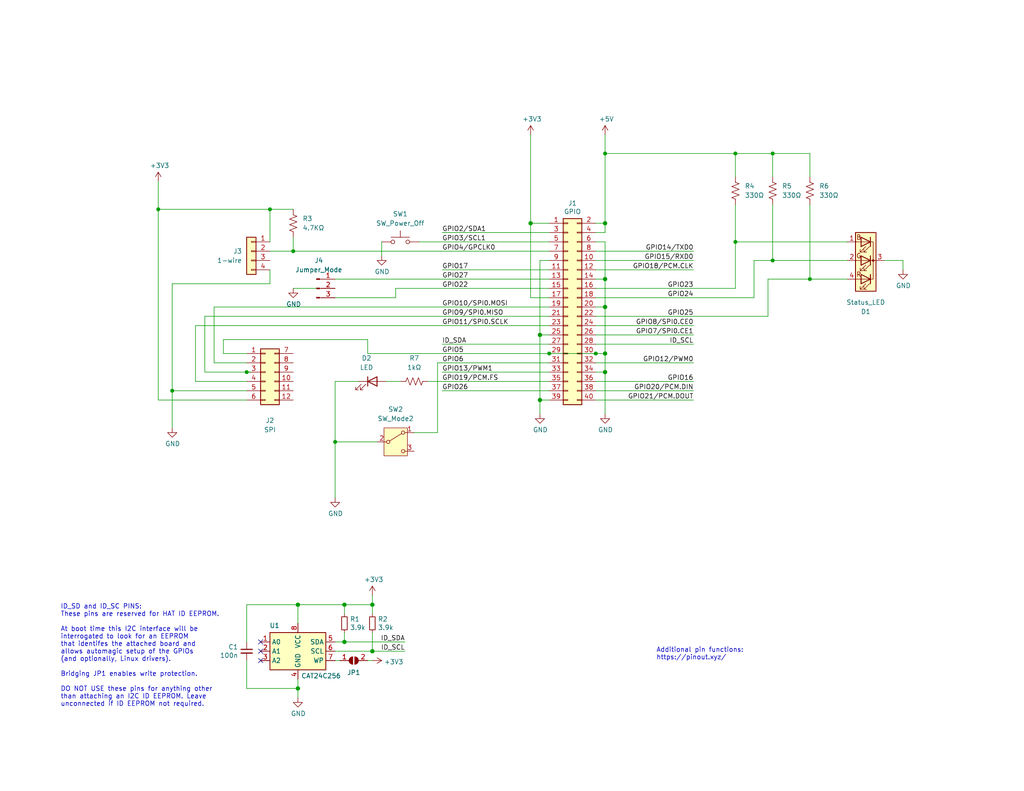
<source format=kicad_sch>
(kicad_sch (version 20250114) (generator "eeschema") (generator_version "9.0")
  (paper "USLetter")
  (title_block (title "Temperature Logger Hat") (date "2025-07-29") (rev "A"))
  (lib_symbols
    (symbol "Connector:Conn_01x03_Pin" (pin_names (offset 1.016) (hide yes))
      (property "Reference" "J" (at 0 5.08 0))
      (property "Value" "Conn_01x03_Pin" (at 0 -5.08 0))
      (symbol "Conn_01x03_Pin_1_1"
        (rectangle (start 0.8636 2.667) (end 0 2.413) (stroke (width 0.1524)) (fill (type outline)))
        (rectangle (start 0.8636 0.127) (end 0 -0.127) (stroke (width 0.1524)) (fill (type outline)))
        (rectangle (start 0.8636 -2.413) (end 0 -2.667) (stroke (width 0.1524)) (fill (type outline)))
        (polyline (pts (xy 1.27 2.54) (xy 0.8636 2.54)) (stroke (width 0.1524)))
        (polyline (pts (xy 1.27 0) (xy 0.8636 0)) (stroke (width 0.1524)))
        (polyline (pts (xy 1.27 -2.54) (xy 0.8636 -2.54)) (stroke (width 0.1524)))
        (pin passive line (at 5.08 2.54 180) (length 3.81) (name "Pin_1") (number "1"))
        (pin passive line (at 5.08 0 180) (length 3.81) (name "Pin_2") (number "2"))
        (pin passive line (at 5.08 -2.54 180) (length 3.81) (name "Pin_3") (number "3"))
      )
    )
    (symbol "Connector_Generic:Conn_01x04" (pin_names (offset 1.016) (hide yes))
      (property "Reference" "J" (at 0 5.08 0))
      (property "Value" "Conn_01x04" (at 0 -7.62 0))
      (symbol "Conn_01x04_1_1"
        (rectangle (start -1.27 3.81) (end 1.27 -6.35) (stroke (width 0.254)) (fill (type background)))
        (rectangle (start -1.27 2.667) (end 0 2.413) (stroke (width 0.1524)))
        (rectangle (start -1.27 0.127) (end 0 -0.127) (stroke (width 0.1524)))
        (rectangle (start -1.27 -2.413) (end 0 -2.667) (stroke (width 0.1524)))
        (rectangle (start -1.27 -4.953) (end 0 -5.207) (stroke (width 0.1524)))
        (pin passive line (at -5.08 2.54 0) (length 3.81) (name "Pin_1") (number "1"))
        (pin passive line (at -5.08 0 0) (length 3.81) (name "Pin_2") (number "2"))
        (pin passive line (at -5.08 -2.54 0) (length 3.81) (name "Pin_3") (number "3"))
        (pin passive line (at -5.08 -5.08 0) (length 3.81) (name "Pin_4") (number "4"))
      )
    )
    (symbol "Connector_Generic:Conn_02x06_Top_Bottom" (pin_names (offset 1.016) (hide yes))
      (property "Reference" "J" (at 1.27 7.62 0))
      (property "Value" "Conn_02x06_Top_Bottom" (at 1.27 -10.16 0))
      (symbol "Conn_02x06_Top_Bottom_1_1"
        (rectangle (start -1.27 6.35) (end 3.81 -8.89) (stroke (width 0.254)) (fill (type background)))
        (rectangle (start -1.27 5.207) (end 0 4.953) (stroke (width 0.1524)))
        (rectangle (start -1.27 2.667) (end 0 2.413) (stroke (width 0.1524)))
        (rectangle (start -1.27 0.127) (end 0 -0.127) (stroke (width 0.1524)))
        (rectangle (start -1.27 -2.413) (end 0 -2.667) (stroke (width 0.1524)))
        (rectangle (start -1.27 -4.953) (end 0 -5.207) (stroke (width 0.1524)))
        (rectangle (start -1.27 -7.493) (end 0 -7.747) (stroke (width 0.1524)))
        (rectangle (start 3.81 5.207) (end 2.54 4.953) (stroke (width 0.1524)))
        (rectangle (start 3.81 2.667) (end 2.54 2.413) (stroke (width 0.1524)))
        (rectangle (start 3.81 0.127) (end 2.54 -0.127) (stroke (width 0.1524)))
        (rectangle (start 3.81 -2.413) (end 2.54 -2.667) (stroke (width 0.1524)))
        (rectangle (start 3.81 -4.953) (end 2.54 -5.207) (stroke (width 0.1524)))
        (rectangle (start 3.81 -7.493) (end 2.54 -7.747) (stroke (width 0.1524)))
        (pin passive line (at -5.08 5.08 0) (length 3.81) (name "Pin_1") (number "1"))
        (pin passive line (at -5.08 2.54 0) (length 3.81) (name "Pin_2") (number "2"))
        (pin passive line (at -5.08 0 0) (length 3.81) (name "Pin_3") (number "3"))
        (pin passive line (at -5.08 -2.54 0) (length 3.81) (name "Pin_4") (number "4"))
        (pin passive line (at -5.08 -5.08 0) (length 3.81) (name "Pin_5") (number "5"))
        (pin passive line (at -5.08 -7.62 0) (length 3.81) (name "Pin_6") (number "6"))
        (pin passive line (at 7.62 5.08 180) (length 3.81) (name "Pin_7") (number "7"))
        (pin passive line (at 7.62 2.54 180) (length 3.81) (name "Pin_8") (number "8"))
        (pin passive line (at 7.62 0 180) (length 3.81) (name "Pin_9") (number "9"))
        (pin passive line (at 7.62 -2.54 180) (length 3.81) (name "Pin_10") (number "10"))
        (pin passive line (at 7.62 -5.08 180) (length 3.81) (name "Pin_11") (number "11"))
        (pin passive line (at 7.62 -7.62 180) (length 3.81) (name "Pin_12") (number "12"))
      )
    )
    (symbol "Connector_Generic:Conn_02x20_Odd_Even" (pin_names (offset 1.016) (hide yes))
      (property "Reference" "J" (at 1.27 25.4 0))
      (property "Value" "Conn_02x20_Odd_Even" (at 1.27 -27.94 0))
      (symbol "Conn_02x20_Odd_Even_1_1"
        (rectangle (start -1.27 24.13) (end 3.81 -26.67) (stroke (width 0.254)) (fill (type background)))
        (rectangle (start -1.27 22.987) (end 0 22.733) (stroke (width 0.1524)))
        (rectangle (start -1.27 20.447) (end 0 20.193) (stroke (width 0.1524)))
        (rectangle (start -1.27 17.907) (end 0 17.653) (stroke (width 0.1524)))
        (rectangle (start -1.27 15.367) (end 0 15.113) (stroke (width 0.1524)))
        (rectangle (start -1.27 12.827) (end 0 12.573) (stroke (width 0.1524)))
        (rectangle (start -1.27 10.287) (end 0 10.033) (stroke (width 0.1524)))
        (rectangle (start -1.27 7.747) (end 0 7.493) (stroke (width 0.1524)))
        (rectangle (start -1.27 5.207) (end 0 4.953) (stroke (width 0.1524)))
        (rectangle (start -1.27 2.667) (end 0 2.413) (stroke (width 0.1524)))
        (rectangle (start -1.27 0.127) (end 0 -0.127) (stroke (width 0.1524)))
        (rectangle (start -1.27 -2.413) (end 0 -2.667) (stroke (width 0.1524)))
        (rectangle (start -1.27 -4.953) (end 0 -5.207) (stroke (width 0.1524)))
        (rectangle (start -1.27 -7.493) (end 0 -7.747) (stroke (width 0.1524)))
        (rectangle (start -1.27 -10.033) (end 0 -10.287) (stroke (width 0.1524)))
        (rectangle (start -1.27 -12.573) (end 0 -12.827) (stroke (width 0.1524)))
        (rectangle (start -1.27 -15.113) (end 0 -15.367) (stroke (width 0.1524)))
        (rectangle (start -1.27 -17.653) (end 0 -17.907) (stroke (width 0.1524)))
        (rectangle (start -1.27 -20.193) (end 0 -20.447) (stroke (width 0.1524)))
        (rectangle (start -1.27 -22.733) (end 0 -22.987) (stroke (width 0.1524)))
        (rectangle (start -1.27 -25.273) (end 0 -25.527) (stroke (width 0.1524)))
        (rectangle (start 3.81 22.987) (end 2.54 22.733) (stroke (width 0.1524)))
        (rectangle (start 3.81 20.447) (end 2.54 20.193) (stroke (width 0.1524)))
        (rectangle (start 3.81 17.907) (end 2.54 17.653) (stroke (width 0.1524)))
        (rectangle (start 3.81 15.367) (end 2.54 15.113) (stroke (width 0.1524)))
        (rectangle (start 3.81 12.827) (end 2.54 12.573) (stroke (width 0.1524)))
        (rectangle (start 3.81 10.287) (end 2.54 10.033) (stroke (width 0.1524)))
        (rectangle (start 3.81 7.747) (end 2.54 7.493) (stroke (width 0.1524)))
        (rectangle (start 3.81 5.207) (end 2.54 4.953) (stroke (width 0.1524)))
        (rectangle (start 3.81 2.667) (end 2.54 2.413) (stroke (width 0.1524)))
        (rectangle (start 3.81 0.127) (end 2.54 -0.127) (stroke (width 0.1524)))
        (rectangle (start 3.81 -2.413) (end 2.54 -2.667) (stroke (width 0.1524)))
        (rectangle (start 3.81 -4.953) (end 2.54 -5.207) (stroke (width 0.1524)))
        (rectangle (start 3.81 -7.493) (end 2.54 -7.747) (stroke (width 0.1524)))
        (rectangle (start 3.81 -10.033) (end 2.54 -10.287) (stroke (width 0.1524)))
        (rectangle (start 3.81 -12.573) (end 2.54 -12.827) (stroke (width 0.1524)))
        (rectangle (start 3.81 -15.113) (end 2.54 -15.367) (stroke (width 0.1524)))
        (rectangle (start 3.81 -17.653) (end 2.54 -17.907) (stroke (width 0.1524)))
        (rectangle (start 3.81 -20.193) (end 2.54 -20.447) (stroke (width 0.1524)))
        (rectangle (start 3.81 -22.733) (end 2.54 -22.987) (stroke (width 0.1524)))
        (rectangle (start 3.81 -25.273) (end 2.54 -25.527) (stroke (width 0.1524)))
        (pin passive line (at -5.08 22.86 0) (length 3.81) (name "Pin_1") (number "1"))
        (pin passive line (at -5.08 20.32 0) (length 3.81) (name "Pin_3") (number "3"))
        (pin passive line (at -5.08 17.78 0) (length 3.81) (name "Pin_5") (number "5"))
        (pin passive line (at -5.08 15.24 0) (length 3.81) (name "Pin_7") (number "7"))
        (pin passive line (at -5.08 12.7 0) (length 3.81) (name "Pin_9") (number "9"))
        (pin passive line (at -5.08 10.16 0) (length 3.81) (name "Pin_11") (number "11"))
        (pin passive line (at -5.08 7.62 0) (length 3.81) (name "Pin_13") (number "13"))
        (pin passive line (at -5.08 5.08 0) (length 3.81) (name "Pin_15") (number "15"))
        (pin passive line (at -5.08 2.54 0) (length 3.81) (name "Pin_17") (number "17"))
        (pin passive line (at -5.08 0 0) (length 3.81) (name "Pin_19") (number "19"))
        (pin passive line (at -5.08 -2.54 0) (length 3.81) (name "Pin_21") (number "21"))
        (pin passive line (at -5.08 -5.08 0) (length 3.81) (name "Pin_23") (number "23"))
        (pin passive line (at -5.08 -7.62 0) (length 3.81) (name "Pin_25") (number "25"))
        (pin passive line (at -5.08 -10.16 0) (length 3.81) (name "Pin_27") (number "27"))
        (pin passive line (at -5.08 -12.7 0) (length 3.81) (name "Pin_29") (number "29"))
        (pin passive line (at -5.08 -15.24 0) (length 3.81) (name "Pin_31") (number "31"))
        (pin passive line (at -5.08 -17.78 0) (length 3.81) (name "Pin_33") (number "33"))
        (pin passive line (at -5.08 -20.32 0) (length 3.81) (name "Pin_35") (number "35"))
        (pin passive line (at -5.08 -22.86 0) (length 3.81) (name "Pin_37") (number "37"))
        (pin passive line (at -5.08 -25.4 0) (length 3.81) (name "Pin_39") (number "39"))
        (pin passive line (at 7.62 22.86 180) (length 3.81) (name "Pin_2") (number "2"))
        (pin passive line (at 7.62 20.32 180) (length 3.81) (name "Pin_4") (number "4"))
        (pin passive line (at 7.62 17.78 180) (length 3.81) (name "Pin_6") (number "6"))
        (pin passive line (at 7.62 15.24 180) (length 3.81) (name "Pin_8") (number "8"))
        (pin passive line (at 7.62 12.7 180) (length 3.81) (name "Pin_10") (number "10"))
        (pin passive line (at 7.62 10.16 180) (length 3.81) (name "Pin_12") (number "12"))
        (pin passive line (at 7.62 7.62 180) (length 3.81) (name "Pin_14") (number "14"))
        (pin passive line (at 7.62 5.08 180) (length 3.81) (name "Pin_16") (number "16"))
        (pin passive line (at 7.62 2.54 180) (length 3.81) (name "Pin_18") (number "18"))
        (pin passive line (at 7.62 0 180) (length 3.81) (name "Pin_20") (number "20"))
        (pin passive line (at 7.62 -2.54 180) (length 3.81) (name "Pin_22") (number "22"))
        (pin passive line (at 7.62 -5.08 180) (length 3.81) (name "Pin_24") (number "24"))
        (pin passive line (at 7.62 -7.62 180) (length 3.81) (name "Pin_26") (number "26"))
        (pin passive line (at 7.62 -10.16 180) (length 3.81) (name "Pin_28") (number "28"))
        (pin passive line (at 7.62 -12.7 180) (length 3.81) (name "Pin_30") (number "30"))
        (pin passive line (at 7.62 -15.24 180) (length 3.81) (name "Pin_32") (number "32"))
        (pin passive line (at 7.62 -17.78 180) (length 3.81) (name "Pin_34") (number "34"))
        (pin passive line (at 7.62 -20.32 180) (length 3.81) (name "Pin_36") (number "36"))
        (pin passive line (at 7.62 -22.86 180) (length 3.81) (name "Pin_38") (number "38"))
        (pin passive line (at 7.62 -25.4 180) (length 3.81) (name "Pin_40") (number "40"))
      )
    )
    (symbol "Device:C_Small" (pin_numbers (hide yes)) (pin_names (offset 0.254) (hide yes))
      (property "Reference" "C" (at 0.254 1.778 0))
      (property "Value" "C_Small" (at 0.254 -2.032 0))
      (symbol "C_Small_0_1"
        (polyline (pts (xy -1.524 0.508) (xy 1.524 0.508)) (stroke (width 0.3048)))
        (polyline (pts (xy -1.524 -0.508) (xy 1.524 -0.508)) (stroke (width 0.3302)))
      )
      (symbol "C_Small_1_1"
        (pin passive line (at 0 2.54 270) (length 2.032) (name "~") (number "1"))
        (pin passive line (at 0 -2.54 90) (length 2.032) (name "~") (number "2"))
      )
    )
    (symbol "Device:LED" (pin_numbers (hide yes)) (pin_names (offset 1.016) (hide yes))
      (property "Reference" "D" (at 0 2.54 0))
      (property "Value" "LED" (at 0 -2.54 0))
      (symbol "LED_0_1"
        (polyline (pts (xy -3.048 -0.762) (xy -4.572 -2.286) (xy -3.81 -2.286) (xy -4.572 -2.286) (xy -4.572 -1.524)))
        (polyline (pts (xy -1.778 -0.762) (xy -3.302 -2.286) (xy -2.54 -2.286) (xy -3.302 -2.286) (xy -3.302 -1.524)))
        (polyline (pts (xy -1.27 0) (xy 1.27 0)))
        (polyline (pts (xy -1.27 -1.27) (xy -1.27 1.27)) (stroke (width 0.254)))
        (polyline (pts (xy 1.27 -1.27) (xy 1.27 1.27) (xy -1.27 0) (xy 1.27 -1.27)) (stroke (width 0.254)))
      )
      (symbol "LED_1_1"
        (pin passive line (at -3.81 0 0) (length 2.54) (name "K") (number "1"))
        (pin passive line (at 3.81 0 180) (length 2.54) (name "A") (number "2"))
      )
    )
    (symbol "Device:LED_BGKR" (pin_names (offset 0) (hide yes))
      (property "Reference" "D" (at 0 9.398 0))
      (property "Value" "LED_BGKR" (at 0 -8.89 0))
      (symbol "LED_BGKR_0_0"
        (text "R" (at 1.905 3.81 0) (effects (font (size 1.27 1.27))))
        (text "G" (at 1.905 -1.27 0) (effects (font (size 1.27 1.27))))
        (text "B" (at 1.905 -6.35 0) (effects (font (size 1.27 1.27))))
      )
      (symbol "LED_BGKR_0_1"
        (circle (center -2.032 0) (radius 0.254) (fill (type outline)))
        (polyline (pts (xy -1.27 6.35) (xy -1.27 3.81)) (stroke (width 0.254)))
        (polyline (pts (xy -1.27 6.35) (xy -1.27 3.81) (xy -1.27 3.81)))
        (polyline (pts (xy -1.27 5.08) (xy 1.27 5.08)))
        (polyline (pts (xy -1.27 5.08) (xy -2.032 5.08) (xy -2.032 -5.08) (xy -1.016 -5.08)))
        (polyline (pts (xy -1.27 1.27) (xy -1.27 -1.27)) (stroke (width 0.254)))
        (polyline (pts (xy -1.27 1.27) (xy -1.27 -1.27) (xy -1.27 -1.27)))
        (polyline (pts (xy -1.27 0) (xy -2.54 0)))
        (polyline (pts (xy -1.27 -3.81) (xy -1.27 -6.35)) (stroke (width 0.254)))
        (polyline (pts (xy -1.27 -5.08) (xy 1.27 -5.08)))
        (polyline (pts (xy -1.016 6.35) (xy 0.508 7.874) (xy -0.254 7.874) (xy 0.508 7.874) (xy 0.508 7.112)))
        (polyline (pts (xy -1.016 1.27) (xy 0.508 2.794) (xy -0.254 2.794) (xy 0.508 2.794) (xy 0.508 2.032)))
        (polyline (pts (xy -1.016 -3.81) (xy 0.508 -2.286) (xy -0.254 -2.286) (xy 0.508 -2.286) (xy 0.508 -3.048)))
        (polyline (pts (xy 0 6.35) (xy 1.524 7.874) (xy 0.762 7.874) (xy 1.524 7.874) (xy 1.524 7.112)))
        (polyline (pts (xy 0 1.27) (xy 1.524 2.794) (xy 0.762 2.794) (xy 1.524 2.794) (xy 1.524 2.032)))
        (polyline (pts (xy 0 -3.81) (xy 1.524 -2.286) (xy 0.762 -2.286) (xy 1.524 -2.286) (xy 1.524 -3.048)))
        (polyline (pts (xy 1.27 6.35) (xy 1.27 3.81) (xy -1.27 5.08) (xy 1.27 6.35)) (stroke (width 0.254)))
        (rectangle (start 1.27 6.35) (end 1.27 6.35))
        (polyline (pts (xy 1.27 5.08) (xy 2.54 5.08)))
        (rectangle (start 1.27 3.81) (end 1.27 6.35))
        (polyline (pts (xy 1.27 1.27) (xy 1.27 -1.27) (xy -1.27 0) (xy 1.27 1.27)) (stroke (width 0.254)))
        (rectangle (start 1.27 1.27) (end 1.27 1.27))
        (polyline (pts (xy 1.27 0) (xy -1.27 0)))
        (polyline (pts (xy 1.27 0) (xy 2.54 0)))
        (rectangle (start 1.27 -1.27) (end 1.27 1.27))
        (polyline (pts (xy 1.27 -3.81) (xy 1.27 -6.35) (xy -1.27 -5.08) (xy 1.27 -3.81)) (stroke (width 0.254)))
        (polyline (pts (xy 1.27 -5.08) (xy 2.54 -5.08)))
        (rectangle (start 2.794 8.382) (end -2.794 -7.62) (stroke (width 0.254)) (fill (type background)))
      )
      (symbol "LED_BGKR_1_1"
        (pin passive line (at -5.08 0 0) (length 2.54) (name "K") (number "3"))
        (pin passive line (at 5.08 5.08 180) (length 2.54) (name "RA") (number "4"))
        (pin passive line (at 5.08 0 180) (length 2.54) (name "GA") (number "2"))
        (pin passive line (at 5.08 -5.08 180) (length 2.54) (name "BA") (number "1"))
      )
    )
    (symbol "Device:R_Small" (pin_numbers (hide yes)) (pin_names (offset 0.254) (hide yes))
      (property "Reference" "R" (at 0.762 0.508 0))
      (property "Value" "R_Small" (at 0.762 -1.016 0))
      (symbol "R_Small_0_1"
        (rectangle (start -0.762 1.778) (end 0.762 -1.778) (stroke (width 0.2032)))
      )
      (symbol "R_Small_1_1"
        (pin passive line (at 0 2.54 270) (length 0.762) (name "~") (number "1"))
        (pin passive line (at 0 -2.54 90) (length 0.762) (name "~") (number "2"))
      )
    )
    (symbol "Device:R_US" (pin_numbers (hide yes)) (pin_names (offset 0))
      (property "Reference" "R" (at 2.54 0 90))
      (property "Value" "R_US" (at -2.54 0 90))
      (symbol "R_US_0_1"
        (polyline (pts (xy 0 2.286) (xy 0 2.54)))
        (polyline (pts (xy 0 2.286) (xy 1.016 1.905) (xy 0 1.524) (xy -1.016 1.143) (xy 0 0.762)))
        (polyline (pts (xy 0 0.762) (xy 1.016 0.381) (xy 0 0) (xy -1.016 -0.381) (xy 0 -0.762)))
        (polyline (pts (xy 0 -0.762) (xy 1.016 -1.143) (xy 0 -1.524) (xy -1.016 -1.905) (xy 0 -2.286)))
        (polyline (pts (xy 0 -2.286) (xy 0 -2.54)))
      )
      (symbol "R_US_1_1"
        (pin passive line (at 0 3.81 270) (length 1.27) (name "~") (number "1"))
        (pin passive line (at 0 -3.81 90) (length 1.27) (name "~") (number "2"))
      )
    )
    (symbol "Jumper:SolderJumper_2_Open" (pin_names (offset 0) (hide yes))
      (property "Reference" "JP" (at 0 2.032 0))
      (property "Value" "SolderJumper_2_Open" (at 0 -2.54 0))
      (symbol "SolderJumper_2_Open_0_1"
        (polyline (pts (xy -0.254 1.016) (xy -0.254 -1.016)))
        (arc (start -0.254 -1.016) (mid -1.2656 0) (end -0.254 1.016))
        (arc (start -0.254 -1.016) (mid -1.2656 0) (end -0.254 1.016) (fill (type outline)))
        (arc (start 0.254 1.016) (mid 1.2656 0) (end 0.254 -1.016))
        (arc (start 0.254 1.016) (mid 1.2656 0) (end 0.254 -1.016) (fill (type outline)))
        (polyline (pts (xy 0.254 1.016) (xy 0.254 -1.016)))
      )
      (symbol "SolderJumper_2_Open_1_1"
        (pin passive line (at -3.81 0 0) (length 2.54) (name "A") (number "1"))
        (pin passive line (at 3.81 0 180) (length 2.54) (name "B") (number "2"))
      )
    )
    (symbol "Memory_EEPROM:CAT24C256"
      (property "Reference" "U" (at -6.35 6.35 0))
      (property "Value" "CAT24C256" (at 1.27 6.35 0))
      (symbol "CAT24C256_1_1"
        (rectangle (start -7.62 5.08) (end 7.62 -5.08) (stroke (width 0.254)) (fill (type background)))
        (pin input line (at -10.16 2.54 0) (length 2.54) (name "A0") (number "1"))
        (pin input line (at -10.16 0 0) (length 2.54) (name "A1") (number "2"))
        (pin input line (at -10.16 -2.54 0) (length 2.54) (name "A2") (number "3"))
        (pin power_in line (at 0 7.62 270) (length 2.54) (name "VCC") (number "8"))
        (pin power_in line (at 0 -7.62 90) (length 2.54) (name "GND") (number "4"))
        (pin bidirectional line (at 10.16 2.54 180) (length 2.54) (name "SDA") (number "5"))
        (pin input line (at 10.16 0 180) (length 2.54) (name "SCL") (number "6"))
        (pin input line (at 10.16 -2.54 180) (length 2.54) (name "WP") (number "7"))
      )
    )
    (symbol "Switch:SW_Push" (pin_numbers (hide yes)) (pin_names (offset 1.016) (hide yes))
      (property "Reference" "SW" (at 1.27 2.54 0))
      (property "Value" "SW_Push" (at 0 -1.524 0))
      (symbol "SW_Push_0_1"
        (circle (center -2.032 0) (radius 0.508))
        (polyline (pts (xy 0 1.27) (xy 0 3.048)))
        (circle (center 2.032 0) (radius 0.508))
        (polyline (pts (xy 2.54 1.27) (xy -2.54 1.27)))
        (pin passive line (at -5.08 0 0) (length 2.54) (name "1") (number "1"))
        (pin passive line (at 5.08 0 180) (length 2.54) (name "2") (number "2"))
      )
    )
    (symbol "Switch:SW_SPDT" (pin_names (offset 0) (hide yes))
      (property "Reference" "SW" (at 0 5.08 0))
      (property "Value" "SW_SPDT" (at 0 -5.08 0))
      (symbol "SW_SPDT_0_1"
        (circle (center -2.032 0) (radius 0.4572))
        (polyline (pts (xy -1.651 0.254) (xy 1.651 2.286)))
        (circle (center 2.032 2.54) (radius 0.4572))
        (circle (center 2.032 -2.54) (radius 0.4572))
      )
      (symbol "SW_SPDT_1_1"
        (rectangle (start -3.175 3.81) (end 3.175 -3.81) (fill (type background)))
        (pin passive line (at -5.08 0 0) (length 2.54) (name "B") (number "2"))
        (pin passive line (at 5.08 2.54 180) (length 2.54) (name "A") (number "1"))
        (pin passive line (at 5.08 -2.54 180) (length 2.54) (name "C") (number "3"))
      )
    )
    (symbol "power:+3.3V" (power) (pin_names (offset 0))
      (property "Value" "+3.3V" (at 0 3.556 0))
      (symbol "+3.3V_0_1"
        (polyline (pts (xy -0.762 1.27) (xy 0 2.54)))
        (polyline (pts (xy 0 2.54) (xy 0.762 1.27)))
        (polyline (pts (xy 0 0) (xy 0 2.54)))
      )
      (symbol "+3.3V_1_1"
        (pin power_in line (at 0 0 90) (length 0) (hide yes) (name "+3V3") (number "1"))
      )
    )
    (symbol "power:+5V" (power) (pin_names (offset 0))
      (property "Value" "+5V" (at 0 3.556 0))
      (symbol "+5V_0_1"
        (polyline (pts (xy -0.762 1.27) (xy 0 2.54)))
        (polyline (pts (xy 0 2.54) (xy 0.762 1.27)))
        (polyline (pts (xy 0 0) (xy 0 2.54)))
      )
      (symbol "+5V_1_1"
        (pin power_in line (at 0 0 90) (length 0) (hide yes) (name "+5V") (number "1"))
      )
    )
    (symbol "power:GND" (power) (pin_names (offset 0))
      (property "Value" "GND" (at 0 -3.81 0))
      (symbol "GND_0_1"
        (polyline (pts (xy 0 0) (xy 0 -1.27) (xy 1.27 -1.27) (xy 0 -2.54) (xy -1.27 -1.27) (xy 0 -1.27)))
      )
      (symbol "GND_1_1"
        (pin power_in line (at 0 0 270) (length 0) (hide yes) (name "GND") (number "1"))
      )
    )
  )
  (text "Additional pin functions:\nhttps://pinout.xyz/" (at 179.07 180.34 0) (effects (font (size 1.27 1.27)) (justify left bottom)))
  (text "ID_SD and ID_SC PINS:\nThese pins are reserved for HAT ID EEPROM.\n\nAt boot time this I2C interface will be\ninterrogated to look for an EEPROM\nthat identifes the attached board and\nallows automagic setup of the GPIOs\n(and optionally, Linux drivers).\n\nBridging JP1 enables write protection.\n\nDO NOT USE these pins for anything other\nthan attaching an I2C ID EEPROM. Leave\nunconnected if ID EEPROM not required." (at 16.51 193.04 0) (effects (font (size 1.27 1.27)) (justify left bottom)))
  (junction (at 165.1 41.91))
  (junction (at 93.98 175.26) (diameter 1.016))
  (junction (at 165.1 60.96) (diameter 1.016))
  (junction (at 81.28 187.96) (diameter 1.016))
  (junction (at 165.1 76.2) (diameter 1.016))
  (junction (at 81.28 165.1) (diameter 1.016))
  (junction (at 73.66 57.15))
  (junction (at 162.56 96.52))
  (junction (at 46.99 106.68))
  (junction (at 101.6 165.1) (diameter 1.016))
  (junction (at 91.44 120.65))
  (junction (at 200.66 66.04))
  (junction (at 147.32 109.22) (diameter 1.016))
  (junction (at 147.32 91.44) (diameter 1.016))
  (junction (at 220.98 76.2))
  (junction (at 165.1 101.6) (diameter 1.016))
  (junction (at 200.66 41.91))
  (junction (at 67.31 101.6))
  (junction (at 165.1 96.52) (diameter 1.016))
  (junction (at 165.1 83.82) (diameter 1.016))
  (junction (at 101.6 177.8) (diameter 1.016))
  (junction (at 210.82 71.12))
  (junction (at 80.01 68.58))
  (junction (at 149.86 96.52))
  (junction (at 43.18 57.15))
  (junction (at 210.82 41.91))
  (junction (at 144.78 60.96) (diameter 1.016))
  (junction (at 93.98 165.1) (diameter 1.016))
  (no_connect (at 71.12 175.26))
  (no_connect (at 71.12 177.8))
  (no_connect (at 71.12 180.34))
  (wire (pts (xy 147.32 91.44) (xy 147.32 109.22)))
  (wire (pts (xy 43.18 49.53) (xy 43.18 57.15)))
  (wire (pts (xy 162.56 91.44) (xy 189.23 91.44)))
  (wire (pts (xy 73.66 66.04) (xy 73.66 57.15)))
  (wire (pts (xy 220.98 48.26) (xy 220.98 41.91)))
  (wire (pts (xy 80.01 68.58) (xy 73.66 68.58)))
  (wire (pts (xy 149.86 73.66) (xy 120.65 73.66)))
  (wire (pts (xy 81.28 165.1) (xy 93.98 165.1)))
  (wire (pts (xy 101.6 165.1) (xy 93.98 165.1)))
  (wire (pts (xy 101.6 167.64) (xy 101.6 165.1)))
  (wire (pts (xy 67.31 106.68) (xy 46.99 106.68)))
  (wire (pts (xy 107.95 78.74) (xy 149.86 78.74)))
  (wire (pts (xy 67.31 99.06) (xy 58.42 99.06)))
  (wire (pts (xy 165.1 66.04) (xy 165.1 76.2)))
  (wire (pts (xy 165.1 83.82) (xy 162.56 83.82)))
  (wire (pts (xy 100.33 96.52) (xy 149.86 96.52)))
  (wire (pts (xy 80.01 68.58) (xy 149.86 68.58)))
  (wire (pts (xy 58.42 83.82) (xy 149.86 83.82)))
  (wire (pts (xy 165.1 96.52) (xy 165.1 101.6)))
  (wire (pts (xy 60.96 96.52) (xy 60.96 92.71)))
  (wire (pts (xy 73.66 77.47) (xy 46.99 77.47)))
  (wire (pts (xy 91.44 76.2) (xy 149.86 76.2)))
  (wire (pts (xy 165.1 83.82) (xy 165.1 96.52)))
  (wire (pts (xy 80.01 57.15) (xy 73.66 57.15)))
  (wire (pts (xy 162.56 68.58) (xy 189.23 68.58)))
  (wire (pts (xy 147.32 71.12) (xy 147.32 91.44)))
  (wire (pts (xy 91.44 175.26) (xy 93.98 175.26)))
  (wire (pts (xy 93.98 175.26) (xy 110.49 175.26)))
  (wire (pts (xy 205.74 71.12) (xy 205.74 81.28)))
  (wire (pts (xy 147.32 71.12) (xy 149.86 71.12)))
  (wire (pts (xy 91.44 180.34) (xy 92.71 180.34)))
  (wire (pts (xy 100.33 180.34) (xy 101.6 180.34)))
  (wire (pts (xy 53.34 104.14) (xy 53.34 88.9)))
  (wire (pts (xy 162.56 88.9) (xy 189.23 88.9)))
  (wire (pts (xy 149.86 93.98) (xy 120.65 93.98)))
  (wire (pts (xy 209.55 76.2) (xy 209.55 86.36)))
  (wire (pts (xy 220.98 76.2) (xy 209.55 76.2)))
  (wire (pts (xy 200.66 66.04) (xy 200.66 78.74)))
  (wire (pts (xy 147.32 91.44) (xy 149.86 91.44)))
  (wire (pts (xy 101.6 162.56) (xy 101.6 165.1)))
  (wire (pts (xy 53.34 88.9) (xy 149.86 88.9)))
  (wire (pts (xy 162.56 78.74) (xy 200.66 78.74)))
  (wire (pts (xy 81.28 165.1) (xy 81.28 170.18)))
  (wire (pts (xy 46.99 106.68) (xy 46.99 116.84)))
  (wire (pts (xy 162.56 109.22) (xy 189.23 109.22)))
  (wire (pts (xy 147.32 109.22) (xy 147.32 113.03)))
  (wire (pts (xy 101.6 172.72) (xy 101.6 177.8)))
  (wire (pts (xy 144.78 36.83) (xy 144.78 60.96)))
  (wire (pts (xy 231.14 66.04) (xy 200.66 66.04)))
  (wire (pts (xy 67.31 104.14) (xy 53.34 104.14)))
  (wire (pts (xy 91.44 104.14) (xy 91.44 120.65)))
  (wire (pts (xy 200.66 55.88) (xy 200.66 66.04)))
  (wire (pts (xy 165.1 101.6) (xy 162.56 101.6)))
  (wire (pts (xy 149.86 96.52) (xy 162.56 96.52)))
  (wire (pts (xy 58.42 99.06) (xy 58.42 83.82)))
  (wire (pts (xy 241.3 71.12) (xy 246.38 71.12)))
  (wire (pts (xy 67.31 109.22) (xy 43.18 109.22)))
  (wire (pts (xy 91.44 120.65) (xy 91.44 135.89)))
  (wire (pts (xy 144.78 81.28) (xy 149.86 81.28)))
  (wire (pts (xy 200.66 48.26) (xy 200.66 41.91)))
  (wire (pts (xy 149.86 63.5) (xy 120.65 63.5)))
  (wire (pts (xy 119.38 118.11) (xy 113.03 118.11)))
  (wire (pts (xy 210.82 41.91) (xy 210.82 48.26)))
  (wire (pts (xy 165.1 60.96) (xy 165.1 63.5)))
  (wire (pts (xy 68.58 101.6) (xy 67.31 101.6)))
  (wire (pts (xy 165.1 76.2) (xy 165.1 83.82)))
  (wire (pts (xy 80.01 64.77) (xy 80.01 68.58)))
  (wire (pts (xy 100.33 92.71) (xy 100.33 96.52)))
  (wire (pts (xy 162.56 73.66) (xy 189.23 73.66)))
  (wire (pts (xy 165.1 76.2) (xy 162.56 76.2)))
  (wire (pts (xy 165.1 36.83) (xy 165.1 41.91)))
  (wire (pts (xy 97.79 104.14) (xy 91.44 104.14)))
  (wire (pts (xy 210.82 71.12) (xy 205.74 71.12)))
  (wire (pts (xy 93.98 165.1) (xy 93.98 167.64)))
  (wire (pts (xy 165.1 60.96) (xy 162.56 60.96)))
  (wire (pts (xy 144.78 60.96) (xy 144.78 81.28)))
  (wire (pts (xy 162.56 81.28) (xy 205.74 81.28)))
  (wire (pts (xy 43.18 57.15) (xy 73.66 57.15)))
  (wire (pts (xy 162.56 71.12) (xy 189.23 71.12)))
  (wire (pts (xy 80.01 78.74) (xy 86.36 78.74)))
  (wire (pts (xy 93.98 172.72) (xy 93.98 175.26)))
  (wire (pts (xy 91.44 177.8) (xy 101.6 177.8)))
  (wire (pts (xy 101.6 177.8) (xy 110.49 177.8)))
  (wire (pts (xy 119.38 99.06) (xy 149.86 99.06)))
  (wire (pts (xy 91.44 81.28) (xy 107.95 81.28)))
  (wire (pts (xy 43.18 109.22) (xy 43.18 57.15)))
  (wire (pts (xy 116.84 104.14) (xy 149.86 104.14)))
  (wire (pts (xy 246.38 71.12) (xy 246.38 73.66)))
  (wire (pts (xy 165.1 63.5) (xy 162.56 63.5)))
  (wire (pts (xy 107.95 81.28) (xy 107.95 78.74)))
  (wire (pts (xy 162.56 104.14) (xy 189.23 104.14)))
  (wire (pts (xy 55.88 101.6) (xy 55.88 86.36)))
  (wire (pts (xy 104.14 69.85) (xy 104.14 66.04)))
  (wire (pts (xy 210.82 41.91) (xy 220.98 41.91)))
  (wire (pts (xy 162.56 99.06) (xy 189.23 99.06)))
  (wire (pts (xy 105.41 104.14) (xy 109.22 104.14)))
  (wire (pts (xy 147.32 109.22) (xy 149.86 109.22)))
  (wire (pts (xy 165.1 41.91) (xy 200.66 41.91)))
  (wire (pts (xy 200.66 41.91) (xy 210.82 41.91)))
  (wire (pts (xy 162.56 106.68) (xy 189.23 106.68)))
  (wire (pts (xy 165.1 66.04) (xy 162.56 66.04)))
  (wire (pts (xy 46.99 77.47) (xy 46.99 106.68)))
  (wire (pts (xy 120.65 106.68) (xy 149.86 106.68)))
  (wire (pts (xy 67.31 96.52) (xy 60.96 96.52)))
  (wire (pts (xy 67.31 165.1) (xy 67.31 175.26)))
  (wire (pts (xy 67.31 180.34) (xy 67.31 187.96)))
  (wire (pts (xy 67.31 187.96) (xy 81.28 187.96)))
  (wire (pts (xy 81.28 165.1) (xy 67.31 165.1)))
  (wire (pts (xy 81.28 185.42) (xy 81.28 187.96)))
  (wire (pts (xy 81.28 187.96) (xy 81.28 190.5)))
  (wire (pts (xy 119.38 99.06) (xy 119.38 118.11)))
  (wire (pts (xy 73.66 73.66) (xy 73.66 77.47)))
  (wire (pts (xy 67.31 101.6) (xy 55.88 101.6)))
  (wire (pts (xy 210.82 55.88) (xy 210.82 71.12)))
  (wire (pts (xy 165.1 101.6) (xy 165.1 113.03)))
  (wire (pts (xy 162.56 86.36) (xy 209.55 86.36)))
  (wire (pts (xy 149.86 101.6) (xy 120.65 101.6)))
  (wire (pts (xy 55.88 86.36) (xy 149.86 86.36)))
  (wire (pts (xy 165.1 96.52) (xy 162.56 96.52)))
  (wire (pts (xy 114.3 66.04) (xy 149.86 66.04)))
  (wire (pts (xy 144.78 60.96) (xy 149.86 60.96)))
  (wire (pts (xy 165.1 41.91) (xy 165.1 60.96)))
  (wire (pts (xy 231.14 71.12) (xy 210.82 71.12)))
  (wire (pts (xy 231.14 76.2) (xy 220.98 76.2)))
  (wire (pts (xy 220.98 55.88) (xy 220.98 76.2)))
  (wire (pts (xy 91.44 120.65) (xy 102.87 120.65)))
  (wire (pts (xy 162.56 93.98) (xy 189.23 93.98)))
  (wire (pts (xy 60.96 92.71) (xy 100.33 92.71)))
  (label "ID_SDA" (at 120.65 93.98 0))
  (label "GPIO6" (at 120.65 99.06 0))
  (label "ID_SDA" (at 110.49 175.26 180))
  (label "ID_SCL" (at 189.23 93.98 180))
  (label "GPIO5" (at 120.65 96.52 0))
  (label "GPIO21{slash}PCM.DOUT" (at 189.23 109.22 180))
  (label "GPIO19{slash}PCM.FS" (at 120.65 104.14 0))
  (label "GPIO10{slash}SPI0.MOSI" (at 120.65 83.82 0))
  (label "GPIO9{slash}SPI0.MISO" (at 120.65 86.36 0))
  (label "GPIO23" (at 189.23 78.74 180))
  (label "GPIO4{slash}GPCLK0" (at 120.65 68.58 0))
  (label "GPIO27" (at 120.65 76.2 0))
  (label "GPIO26" (at 120.65 106.68 0))
  (label "GPIO14{slash}TXD0" (at 189.23 68.58 180))
  (label "GPIO8{slash}SPI0.CE0" (at 189.23 88.9 180))
  (label "GPIO15{slash}RXD0" (at 189.23 71.12 180))
  (label "GPIO16" (at 189.23 104.14 180))
  (label "GPIO22" (at 120.65 78.74 0))
  (label "GPIO2{slash}SDA1" (at 120.65 63.5 0))
  (label "GPIO17" (at 120.65 73.66 0))
  (label "GPIO25" (at 189.23 86.36 180))
  (label "GPIO3{slash}SCL1" (at 120.65 66.04 0))
  (label "GPIO18{slash}PCM.CLK" (at 189.23 73.66 180))
  (label "GPIO12{slash}PWM0" (at 189.23 99.06 180))
  (label "GPIO13{slash}PWM1" (at 120.65 101.6 0))
  (label "GPIO20{slash}PCM.DIN" (at 189.23 106.68 180))
  (label "GPIO24" (at 189.23 81.28 180))
  (label "GPIO7{slash}SPI0.CE1" (at 189.23 91.44 180))
  (label "ID_SCL" (at 110.49 177.8 180))
  (label "GPIO11{slash}SPI0.SCLK" (at 120.65 88.9 0))
  (symbol (lib_id "power:+5V") (at 165.1 36.83 0) (unit 1)
    (property "Reference" "#PWR01" (effects (hide yes)))
    (property "Value" "+5V" (at 165.4683 32.5056 0))
  )
  (symbol (lib_id "power:+3.3V") (at 144.78 36.83 0) (unit 1)
    (property "Reference" "#PWR04" (effects (hide yes)))
    (property "Value" "+3V3" (at 145.1483 32.5056 0))
  )
  (symbol (lib_id "power:GND") (at 165.1 113.03 0) (unit 1)
    (property "Reference" "#PWR02" (effects (hide yes)))
    (property "Value" "GND" (at 165.2143 117.3544 0))
  )
  (symbol (lib_id "power:GND") (at 147.32 113.03 0) (unit 1)
    (property "Reference" "#PWR03" (effects (hide yes)))
    (property "Value" "GND" (at 147.4343 117.3544 0))
  )
  (symbol (lib_id "Connector_Generic:Conn_02x20_Odd_Even") (at 154.94 83.82 0) (unit 1)
    (property "Reference" "J1" (at 156.21 55.4798 0))
    (property "Value" "GPIO" (at 156.21 57.785 0))
    (property "Footprint" "Connector_PinSocket_2.54mm:PinSocket_2x20_P2.54mm_Vertical" (effects (hide yes)))
  )
  (symbol (lib_id "Device:R_US") (at 220.98 52.07 0) (unit 1)
    (property "Reference" "R6" (at 223.52 50.7999 0) (effects (justify left)))
    (property "Value" "330Ω" (at 223.52 53.3399 0) (effects (justify left)))
    (property "Description" "Resistor, US symbol" (effects (hide yes)))
  )
  (symbol (lib_id "Device:C_Small") (at 67.31 177.8 0) (unit 1)
    (property "Reference" "C1" (at 64.9858 176.6506 0) (effects (justify right)))
    (property "Value" "100n" (at 64.9858 178.9493 0) (effects (justify right)))
  )
  (symbol (lib_id "power:GND") (at 91.44 135.89 0) (unit 1)
    (property "Reference" "#PWR010" (effects (hide yes)))
    (property "Value" "GND" (at 91.5543 140.2144 0))
  )
  (symbol (lib_id "Device:R_Small") (at 93.98 170.18 0) (unit 1)
    (property "Reference" "R1" (at 95.4786 169.037 0) (effects (justify left)))
    (property "Value" "3.9k" (at 95.4787 171.3293 0) (effects (justify left)))
  )
  (symbol (lib_id "Connector:Conn_01x03_Pin") (at 86.36 78.74 0) (unit 1)
    (property "Reference" "J4" (at 86.995 71.12 0))
    (property "Value" "Jumper_Mode" (at 86.995 73.66 0))
    (property "Description" "Generic connector, single row, 01x03, script generated" (effects (hide yes)))
  )
  (symbol (lib_id "Jumper:SolderJumper_2_Open") (at 96.52 180.34 0) (unit 1)
    (property "Reference" "JP1" (at 96.52 183.623 0))
    (property "Value" "ID_WP" (effects (hide yes)))
  )
  (symbol (lib_id "Device:R_Small") (at 101.6 170.18 0) (unit 1)
    (property "Reference" "R2" (at 103.0986 169.037 0) (effects (justify left)))
    (property "Value" "3.9k" (at 103.0987 171.3293 0) (effects (justify left)))
  )
  (symbol (lib_id "power:GND") (at 80.01 78.74 0) (unit 1)
    (property "Reference" "#PWR09" (effects (hide yes)))
    (property "Value" "GND" (at 80.1243 83.0644 0))
  )
  (symbol (lib_id "power:+3.3V") (at 101.6 162.56 0) (unit 1)
    (property "Reference" "#PWR0101" (effects (hide yes)))
    (property "Value" "+3V3" (at 101.9683 158.2356 0))
  )
  (symbol (lib_id "Switch:SW_SPDT") (at 107.95 120.65 0) (unit 1)
    (property "Reference" "SW2" (at 107.95 111.76 0))
    (property "Value" "SW_Mode2" (at 107.95 114.3 0))
    (property "Description" "Switch, single pole double throw" (effects (hide yes)))
  )
  (symbol (lib_id "Memory_EEPROM:CAT24C256") (at 81.28 177.8 0) (unit 1)
    (property "Reference" "U1" (at 74.93 170.7958 0))
    (property "Value" "CAT24C256" (at 87.63 184.5245 0))
    (property "Datasheet" "https://www.onsemi.cn/PowerSolutions/document/CAT24C256-D.PDF" (effects (hide yes)))
  )
  (symbol (lib_id "Device:R_US") (at 200.66 52.07 0) (unit 1)
    (property "Reference" "R4" (at 203.2 50.7999 0) (effects (justify left)))
    (property "Value" "330Ω" (at 203.2 53.3399 0) (effects (justify left)))
    (property "Description" "Resistor, US symbol" (effects (hide yes)))
  )
  (symbol (lib_id "Switch:SW_Push") (at 109.22 66.04 0) (unit 1)
    (property "Reference" "SW1" (at 109.22 58.42 0))
    (property "Value" "SW_Power_Off" (at 109.22 60.96 0))
    (property "Description" "Push button switch, generic, two pins" (effects (hide yes)))
  )
  (symbol (lib_id "power:+3.3V") (at 43.18 49.53 0) (unit 1)
    (property "Reference" "#PWR07" (effects (hide yes)))
    (property "Value" "+3V3" (at 43.5483 45.2056 0))
  )
  (symbol (lib_id "Device:LED") (at 101.6 104.14 0) (unit 1)
    (property "Reference" "D2" (at 100.0125 97.79 0))
    (property "Value" "LED" (at 100.0125 100.33 0))
    (property "Description" "Light emitting diode" (effects (hide yes)))
    (property "Sim.Pins" "1=K 2=A" (effects (hide yes)))
  )
  (symbol (lib_id "power:GND") (at 246.38 73.66 0) (unit 1)
    (property "Reference" "#PWR08" (effects (hide yes)))
    (property "Value" "GND" (at 246.4943 77.9844 0))
  )
  (symbol (lib_id "Device:R_US") (at 113.03 104.14 90) (unit 1)
    (property "Reference" "R7" (at 113.03 97.79 90))
    (property "Value" "1kΩ" (at 113.03 100.33 90))
    (property "Description" "Resistor, US symbol" (effects (hide yes)))
  )
  (symbol (lib_id "Device:R_US") (at 210.82 52.07 0) (unit 1)
    (property "Reference" "R5" (at 213.36 50.7999 0) (effects (justify left)))
    (property "Value" "330Ω" (at 213.36 53.3399 0) (effects (justify left)))
    (property "Description" "Resistor, US symbol" (effects (hide yes)))
  )
  (symbol (lib_id "Connector_Generic:Conn_02x06_Top_Bottom") (at 72.39 101.6 0) (unit 1)
    (property "Reference" "J2" (at 73.66 114.808 0))
    (property "Value" "SPI" (at 73.66 117.348 0))
    (property "Description" "Generic connector, double row, 02x06, top/bottom pin numbering scheme (row 1: 1...pins_per_row, row2: pins_per_row+1 ... num_pins), script generated (kicad-library-utils/schlib/autogen/connector/)" (effects (hide yes)))
  )
  (symbol (lib_id "power:GND") (at 46.99 116.84 0) (unit 1)
    (property "Reference" "#PWR06" (effects (hide yes)))
    (property "Value" "GND" (at 47.1043 121.1644 0))
  )
  (symbol (lib_id "power:GND") (at 81.28 190.5 0) (unit 1)
    (property "Reference" "#PWR0102" (effects (hide yes)))
    (property "Value" "GND" (at 81.3943 194.8244 0))
  )
  (symbol (lib_id "Device:R_US") (at 80.01 60.96 0) (unit 1)
    (property "Reference" "R3" (at 82.55 59.6899 0) (effects (justify left)))
    (property "Value" "4.7KΩ" (at 82.55 62.2299 0) (effects (justify left)))
    (property "Description" "Resistor, US symbol" (effects (hide yes)))
  )
  (symbol (lib_id "power:+3.3V") (at 101.6 180.34 270) (unit 1)
    (property "Reference" "#PWR0103" (effects (hide yes)))
    (property "Value" "+3V3" (at 104.7751 180.7083 90) (effects (justify left)))
  )
  (symbol (lib_id "Connector_Generic:Conn_01x04") (at 68.58 68.58 0) (mirror y) (unit 1)
    (property "Reference" "J3" (at 66.04 68.5799 0) (effects (justify left)))
    (property "Value" "1-wire" (at 66.04 71.1199 0) (effects (justify left)))
    (property "Description" "Generic connector, single row, 01x04, script generated (kicad-library-utils/schlib/autogen/connector/)" (effects (hide yes)))
  )
  (symbol (lib_id "Device:LED_BGKR") (at 236.22 71.12 180) (unit 1)
    (property "Reference" "D1" (at 236.22 85.09 0))
    (property "Value" "Status_LED" (at 236.22 82.55 0))
    (property "Description" "RGB LED, blue/green/cathode/red" (effects (hide yes)))
  )
  (symbol (lib_id "power:GND") (at 104.14 69.85 0) (unit 1)
    (property "Reference" "#PWR05" (effects (hide yes)))
    (property "Value" "GND" (at 104.2543 74.1744 0))
  )
)
</source>
